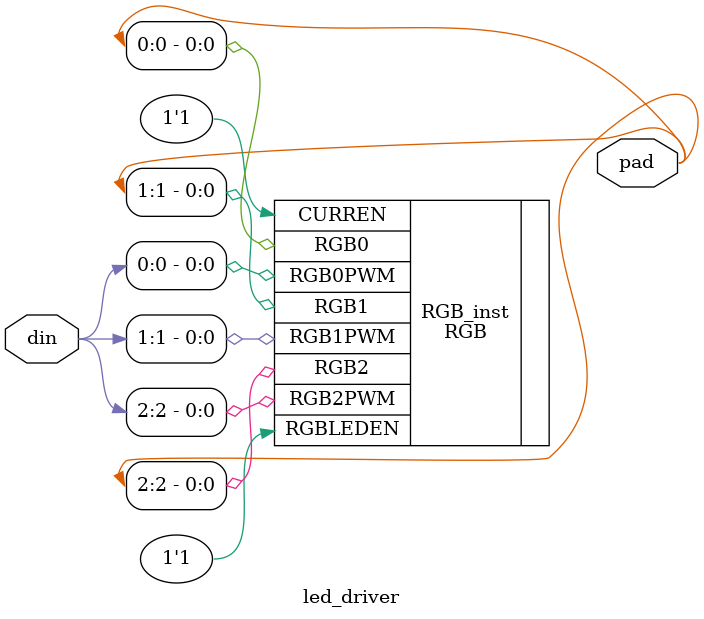
<source format=sv>
module led_driver (
  input  logic [2:0] din,
  output logic [2:0] pad
);

  RGB RGB_inst (
    .CURREN   (1'b1),
    .RGBLEDEN (1'b1),
    .RGB0PWM  (din[0]),
    .RGB1PWM  (din[1]),
    .RGB2PWM  (din[2]),
    .RGB0     (pad[0]),
    .RGB1     (pad[1]),
    .RGB2     (pad[2])
  );
  defparam RGB_inst.CURRENT_MODE = 0;
  defparam RGB_inst.RGB0_CURRENT = "0b111111";
  defparam RGB_inst.RGB1_CURRENT = "0b111111";
  defparam RGB_inst.RGB2_CURRENT = "0b111111";

endmodule

</source>
